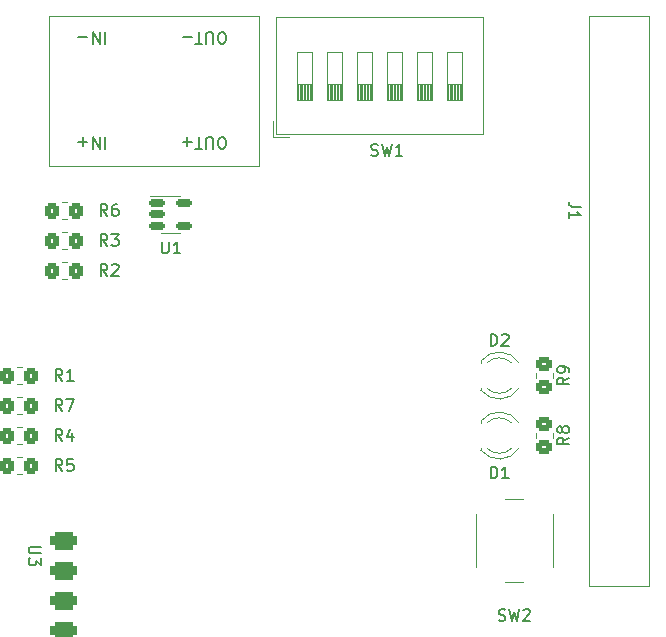
<source format=gbr>
%TF.GenerationSoftware,KiCad,Pcbnew,7.0.10*%
%TF.CreationDate,2024-05-08T17:26:41+09:00*%
%TF.ProjectId,yashica8,79617368-6963-4613-982e-6b696361645f,rev?*%
%TF.SameCoordinates,Original*%
%TF.FileFunction,Legend,Top*%
%TF.FilePolarity,Positive*%
%FSLAX46Y46*%
G04 Gerber Fmt 4.6, Leading zero omitted, Abs format (unit mm)*
G04 Created by KiCad (PCBNEW 7.0.10) date 2024-05-08 17:26:41*
%MOMM*%
%LPD*%
G01*
G04 APERTURE LIST*
G04 Aperture macros list*
%AMRoundRect*
0 Rectangle with rounded corners*
0 $1 Rounding radius*
0 $2 $3 $4 $5 $6 $7 $8 $9 X,Y pos of 4 corners*
0 Add a 4 corners polygon primitive as box body*
4,1,4,$2,$3,$4,$5,$6,$7,$8,$9,$2,$3,0*
0 Add four circle primitives for the rounded corners*
1,1,$1+$1,$2,$3*
1,1,$1+$1,$4,$5*
1,1,$1+$1,$6,$7*
1,1,$1+$1,$8,$9*
0 Add four rect primitives between the rounded corners*
20,1,$1+$1,$2,$3,$4,$5,0*
20,1,$1+$1,$4,$5,$6,$7,0*
20,1,$1+$1,$6,$7,$8,$9,0*
20,1,$1+$1,$8,$9,$2,$3,0*%
G04 Aperture macros list end*
%ADD10C,0.150000*%
%ADD11C,0.120000*%
%ADD12C,2.100000*%
%ADD13R,1.800000X1.800000*%
%ADD14C,1.800000*%
%ADD15C,2.000000*%
%ADD16RoundRect,0.250000X-0.350000X-0.450000X0.350000X-0.450000X0.350000X0.450000X-0.350000X0.450000X0*%
%ADD17RoundRect,0.150000X-0.512500X-0.150000X0.512500X-0.150000X0.512500X0.150000X-0.512500X0.150000X0*%
%ADD18R,1.524000X1.524000*%
%ADD19C,1.524000*%
%ADD20RoundRect,0.250000X-0.450000X0.350000X-0.450000X-0.350000X0.450000X-0.350000X0.450000X0.350000X0*%
%ADD21R,1.600000X1.600000*%
%ADD22O,1.600000X1.600000*%
%ADD23RoundRect,0.381000X-0.762000X-0.381000X0.762000X-0.381000X0.762000X0.381000X-0.762000X0.381000X0*%
%ADD24RoundRect,0.381000X0.762000X0.381000X-0.762000X0.381000X-0.762000X-0.381000X0.762000X-0.381000X0*%
G04 APERTURE END LIST*
D10*
X24041905Y27095181D02*
X24041905Y28095181D01*
X24041905Y28095181D02*
X24280000Y28095181D01*
X24280000Y28095181D02*
X24422857Y28047562D01*
X24422857Y28047562D02*
X24518095Y27952324D01*
X24518095Y27952324D02*
X24565714Y27857086D01*
X24565714Y27857086D02*
X24613333Y27666610D01*
X24613333Y27666610D02*
X24613333Y27523753D01*
X24613333Y27523753D02*
X24565714Y27333277D01*
X24565714Y27333277D02*
X24518095Y27238039D01*
X24518095Y27238039D02*
X24422857Y27142800D01*
X24422857Y27142800D02*
X24280000Y27095181D01*
X24280000Y27095181D02*
X24041905Y27095181D01*
X24994286Y27999943D02*
X25041905Y28047562D01*
X25041905Y28047562D02*
X25137143Y28095181D01*
X25137143Y28095181D02*
X25375238Y28095181D01*
X25375238Y28095181D02*
X25470476Y28047562D01*
X25470476Y28047562D02*
X25518095Y27999943D01*
X25518095Y27999943D02*
X25565714Y27904705D01*
X25565714Y27904705D02*
X25565714Y27809467D01*
X25565714Y27809467D02*
X25518095Y27666610D01*
X25518095Y27666610D02*
X24946667Y27095181D01*
X24946667Y27095181D02*
X25565714Y27095181D01*
X24716667Y3862800D02*
X24859524Y3815181D01*
X24859524Y3815181D02*
X25097619Y3815181D01*
X25097619Y3815181D02*
X25192857Y3862800D01*
X25192857Y3862800D02*
X25240476Y3910420D01*
X25240476Y3910420D02*
X25288095Y4005658D01*
X25288095Y4005658D02*
X25288095Y4100896D01*
X25288095Y4100896D02*
X25240476Y4196134D01*
X25240476Y4196134D02*
X25192857Y4243753D01*
X25192857Y4243753D02*
X25097619Y4291372D01*
X25097619Y4291372D02*
X24907143Y4338991D01*
X24907143Y4338991D02*
X24811905Y4386610D01*
X24811905Y4386610D02*
X24764286Y4434229D01*
X24764286Y4434229D02*
X24716667Y4529467D01*
X24716667Y4529467D02*
X24716667Y4624705D01*
X24716667Y4624705D02*
X24764286Y4719943D01*
X24764286Y4719943D02*
X24811905Y4767562D01*
X24811905Y4767562D02*
X24907143Y4815181D01*
X24907143Y4815181D02*
X25145238Y4815181D01*
X25145238Y4815181D02*
X25288095Y4767562D01*
X25621429Y4815181D02*
X25859524Y3815181D01*
X25859524Y3815181D02*
X26050000Y4529467D01*
X26050000Y4529467D02*
X26240476Y3815181D01*
X26240476Y3815181D02*
X26478572Y4815181D01*
X26811905Y4719943D02*
X26859524Y4767562D01*
X26859524Y4767562D02*
X26954762Y4815181D01*
X26954762Y4815181D02*
X27192857Y4815181D01*
X27192857Y4815181D02*
X27288095Y4767562D01*
X27288095Y4767562D02*
X27335714Y4719943D01*
X27335714Y4719943D02*
X27383333Y4624705D01*
X27383333Y4624705D02*
X27383333Y4529467D01*
X27383333Y4529467D02*
X27335714Y4386610D01*
X27335714Y4386610D02*
X26764286Y3815181D01*
X26764286Y3815181D02*
X27383333Y3815181D01*
X-12216667Y16515181D02*
X-12550000Y16991372D01*
X-12788095Y16515181D02*
X-12788095Y17515181D01*
X-12788095Y17515181D02*
X-12407143Y17515181D01*
X-12407143Y17515181D02*
X-12311905Y17467562D01*
X-12311905Y17467562D02*
X-12264286Y17419943D01*
X-12264286Y17419943D02*
X-12216667Y17324705D01*
X-12216667Y17324705D02*
X-12216667Y17181848D01*
X-12216667Y17181848D02*
X-12264286Y17086610D01*
X-12264286Y17086610D02*
X-12311905Y17038991D01*
X-12311905Y17038991D02*
X-12407143Y16991372D01*
X-12407143Y16991372D02*
X-12788095Y16991372D01*
X-11311905Y17515181D02*
X-11788095Y17515181D01*
X-11788095Y17515181D02*
X-11835714Y17038991D01*
X-11835714Y17038991D02*
X-11788095Y17086610D01*
X-11788095Y17086610D02*
X-11692857Y17134229D01*
X-11692857Y17134229D02*
X-11454762Y17134229D01*
X-11454762Y17134229D02*
X-11359524Y17086610D01*
X-11359524Y17086610D02*
X-11311905Y17038991D01*
X-11311905Y17038991D02*
X-11264286Y16943753D01*
X-11264286Y16943753D02*
X-11264286Y16705658D01*
X-11264286Y16705658D02*
X-11311905Y16610420D01*
X-11311905Y16610420D02*
X-11359524Y16562800D01*
X-11359524Y16562800D02*
X-11454762Y16515181D01*
X-11454762Y16515181D02*
X-11692857Y16515181D01*
X-11692857Y16515181D02*
X-11788095Y16562800D01*
X-11788095Y16562800D02*
X-11835714Y16610420D01*
X-12216667Y21595181D02*
X-12550000Y22071372D01*
X-12788095Y21595181D02*
X-12788095Y22595181D01*
X-12788095Y22595181D02*
X-12407143Y22595181D01*
X-12407143Y22595181D02*
X-12311905Y22547562D01*
X-12311905Y22547562D02*
X-12264286Y22499943D01*
X-12264286Y22499943D02*
X-12216667Y22404705D01*
X-12216667Y22404705D02*
X-12216667Y22261848D01*
X-12216667Y22261848D02*
X-12264286Y22166610D01*
X-12264286Y22166610D02*
X-12311905Y22118991D01*
X-12311905Y22118991D02*
X-12407143Y22071372D01*
X-12407143Y22071372D02*
X-12788095Y22071372D01*
X-11883333Y22595181D02*
X-11216667Y22595181D01*
X-11216667Y22595181D02*
X-11645238Y21595181D01*
X-3789405Y35930181D02*
X-3789405Y35120658D01*
X-3789405Y35120658D02*
X-3741786Y35025420D01*
X-3741786Y35025420D02*
X-3694167Y34977800D01*
X-3694167Y34977800D02*
X-3598929Y34930181D01*
X-3598929Y34930181D02*
X-3408453Y34930181D01*
X-3408453Y34930181D02*
X-3313215Y34977800D01*
X-3313215Y34977800D02*
X-3265596Y35025420D01*
X-3265596Y35025420D02*
X-3217977Y35120658D01*
X-3217977Y35120658D02*
X-3217977Y35930181D01*
X-2217977Y34930181D02*
X-2789405Y34930181D01*
X-2503691Y34930181D02*
X-2503691Y35930181D01*
X-2503691Y35930181D02*
X-2598929Y35787324D01*
X-2598929Y35787324D02*
X-2694167Y35692086D01*
X-2694167Y35692086D02*
X-2789405Y35644467D01*
X31675180Y38893334D02*
X30960895Y38893334D01*
X30960895Y38893334D02*
X30818038Y38940953D01*
X30818038Y38940953D02*
X30722800Y39036191D01*
X30722800Y39036191D02*
X30675180Y39179048D01*
X30675180Y39179048D02*
X30675180Y39274286D01*
X30675180Y37893334D02*
X30675180Y38464762D01*
X30675180Y38179048D02*
X31675180Y38179048D01*
X31675180Y38179048D02*
X31532323Y38274286D01*
X31532323Y38274286D02*
X31437085Y38369524D01*
X31437085Y38369524D02*
X31389466Y38464762D01*
X-8406667Y33025181D02*
X-8740000Y33501372D01*
X-8978095Y33025181D02*
X-8978095Y34025181D01*
X-8978095Y34025181D02*
X-8597143Y34025181D01*
X-8597143Y34025181D02*
X-8501905Y33977562D01*
X-8501905Y33977562D02*
X-8454286Y33929943D01*
X-8454286Y33929943D02*
X-8406667Y33834705D01*
X-8406667Y33834705D02*
X-8406667Y33691848D01*
X-8406667Y33691848D02*
X-8454286Y33596610D01*
X-8454286Y33596610D02*
X-8501905Y33548991D01*
X-8501905Y33548991D02*
X-8597143Y33501372D01*
X-8597143Y33501372D02*
X-8978095Y33501372D01*
X-8025714Y33929943D02*
X-7978095Y33977562D01*
X-7978095Y33977562D02*
X-7882857Y34025181D01*
X-7882857Y34025181D02*
X-7644762Y34025181D01*
X-7644762Y34025181D02*
X-7549524Y33977562D01*
X-7549524Y33977562D02*
X-7501905Y33929943D01*
X-7501905Y33929943D02*
X-7454286Y33834705D01*
X-7454286Y33834705D02*
X-7454286Y33739467D01*
X-7454286Y33739467D02*
X-7501905Y33596610D01*
X-7501905Y33596610D02*
X-8073333Y33025181D01*
X-8073333Y33025181D02*
X-7454286Y33025181D01*
X1392744Y43779820D02*
X1202268Y43779820D01*
X1202268Y43779820D02*
X1107030Y43827439D01*
X1107030Y43827439D02*
X1011792Y43922677D01*
X1011792Y43922677D02*
X964173Y44113153D01*
X964173Y44113153D02*
X964173Y44446486D01*
X964173Y44446486D02*
X1011792Y44636962D01*
X1011792Y44636962D02*
X1107030Y44732200D01*
X1107030Y44732200D02*
X1202268Y44779820D01*
X1202268Y44779820D02*
X1392744Y44779820D01*
X1392744Y44779820D02*
X1487982Y44732200D01*
X1487982Y44732200D02*
X1583220Y44636962D01*
X1583220Y44636962D02*
X1630839Y44446486D01*
X1630839Y44446486D02*
X1630839Y44113153D01*
X1630839Y44113153D02*
X1583220Y43922677D01*
X1583220Y43922677D02*
X1487982Y43827439D01*
X1487982Y43827439D02*
X1392744Y43779820D01*
X535601Y43779820D02*
X535601Y44589343D01*
X535601Y44589343D02*
X487982Y44684581D01*
X487982Y44684581D02*
X440363Y44732200D01*
X440363Y44732200D02*
X345125Y44779820D01*
X345125Y44779820D02*
X154649Y44779820D01*
X154649Y44779820D02*
X59411Y44732200D01*
X59411Y44732200D02*
X11792Y44684581D01*
X11792Y44684581D02*
X-35827Y44589343D01*
X-35827Y44589343D02*
X-35827Y43779820D01*
X-369161Y43779820D02*
X-940589Y43779820D01*
X-654875Y44779820D02*
X-654875Y43779820D01*
X-1273923Y44398867D02*
X-2035827Y44398867D01*
X-1654875Y44779820D02*
X-1654875Y44017915D01*
X-8576780Y53669820D02*
X-8576780Y52669820D01*
X-9052970Y53669820D02*
X-9052970Y52669820D01*
X-9052970Y52669820D02*
X-9624398Y53669820D01*
X-9624398Y53669820D02*
X-9624398Y52669820D01*
X-10100589Y53288867D02*
X-10862493Y53288867D01*
X-8576780Y44779820D02*
X-8576780Y43779820D01*
X-9052970Y44779820D02*
X-9052970Y43779820D01*
X-9052970Y43779820D02*
X-9624398Y44779820D01*
X-9624398Y44779820D02*
X-9624398Y43779820D01*
X-10100589Y44398867D02*
X-10862493Y44398867D01*
X-10481541Y44779820D02*
X-10481541Y44017915D01*
X1392744Y52669820D02*
X1202268Y52669820D01*
X1202268Y52669820D02*
X1107030Y52717439D01*
X1107030Y52717439D02*
X1011792Y52812677D01*
X1011792Y52812677D02*
X964173Y53003153D01*
X964173Y53003153D02*
X964173Y53336486D01*
X964173Y53336486D02*
X1011792Y53526962D01*
X1011792Y53526962D02*
X1107030Y53622200D01*
X1107030Y53622200D02*
X1202268Y53669820D01*
X1202268Y53669820D02*
X1392744Y53669820D01*
X1392744Y53669820D02*
X1487982Y53622200D01*
X1487982Y53622200D02*
X1583220Y53526962D01*
X1583220Y53526962D02*
X1630839Y53336486D01*
X1630839Y53336486D02*
X1630839Y53003153D01*
X1630839Y53003153D02*
X1583220Y52812677D01*
X1583220Y52812677D02*
X1487982Y52717439D01*
X1487982Y52717439D02*
X1392744Y52669820D01*
X535601Y52669820D02*
X535601Y53479343D01*
X535601Y53479343D02*
X487982Y53574581D01*
X487982Y53574581D02*
X440363Y53622200D01*
X440363Y53622200D02*
X345125Y53669820D01*
X345125Y53669820D02*
X154649Y53669820D01*
X154649Y53669820D02*
X59411Y53622200D01*
X59411Y53622200D02*
X11792Y53574581D01*
X11792Y53574581D02*
X-35827Y53479343D01*
X-35827Y53479343D02*
X-35827Y52669820D01*
X-369161Y52669820D02*
X-940589Y52669820D01*
X-654875Y53669820D02*
X-654875Y52669820D01*
X-1273923Y53288867D02*
X-2035827Y53288867D01*
X24041905Y15880181D02*
X24041905Y16880181D01*
X24041905Y16880181D02*
X24280000Y16880181D01*
X24280000Y16880181D02*
X24422857Y16832562D01*
X24422857Y16832562D02*
X24518095Y16737324D01*
X24518095Y16737324D02*
X24565714Y16642086D01*
X24565714Y16642086D02*
X24613333Y16451610D01*
X24613333Y16451610D02*
X24613333Y16308753D01*
X24613333Y16308753D02*
X24565714Y16118277D01*
X24565714Y16118277D02*
X24518095Y16023039D01*
X24518095Y16023039D02*
X24422857Y15927800D01*
X24422857Y15927800D02*
X24280000Y15880181D01*
X24280000Y15880181D02*
X24041905Y15880181D01*
X25565714Y15880181D02*
X24994286Y15880181D01*
X25280000Y15880181D02*
X25280000Y16880181D01*
X25280000Y16880181D02*
X25184762Y16737324D01*
X25184762Y16737324D02*
X25089524Y16642086D01*
X25089524Y16642086D02*
X24994286Y16594467D01*
X-12216667Y24135181D02*
X-12550000Y24611372D01*
X-12788095Y24135181D02*
X-12788095Y25135181D01*
X-12788095Y25135181D02*
X-12407143Y25135181D01*
X-12407143Y25135181D02*
X-12311905Y25087562D01*
X-12311905Y25087562D02*
X-12264286Y25039943D01*
X-12264286Y25039943D02*
X-12216667Y24944705D01*
X-12216667Y24944705D02*
X-12216667Y24801848D01*
X-12216667Y24801848D02*
X-12264286Y24706610D01*
X-12264286Y24706610D02*
X-12311905Y24658991D01*
X-12311905Y24658991D02*
X-12407143Y24611372D01*
X-12407143Y24611372D02*
X-12788095Y24611372D01*
X-11264286Y24135181D02*
X-11835714Y24135181D01*
X-11550000Y24135181D02*
X-11550000Y25135181D01*
X-11550000Y25135181D02*
X-11645238Y24992324D01*
X-11645238Y24992324D02*
X-11740476Y24897086D01*
X-11740476Y24897086D02*
X-11835714Y24849467D01*
X30694819Y19343334D02*
X30218628Y19010001D01*
X30694819Y18771906D02*
X29694819Y18771906D01*
X29694819Y18771906D02*
X29694819Y19152858D01*
X29694819Y19152858D02*
X29742438Y19248096D01*
X29742438Y19248096D02*
X29790057Y19295715D01*
X29790057Y19295715D02*
X29885295Y19343334D01*
X29885295Y19343334D02*
X30028152Y19343334D01*
X30028152Y19343334D02*
X30123390Y19295715D01*
X30123390Y19295715D02*
X30171009Y19248096D01*
X30171009Y19248096D02*
X30218628Y19152858D01*
X30218628Y19152858D02*
X30218628Y18771906D01*
X30123390Y19914763D02*
X30075771Y19819525D01*
X30075771Y19819525D02*
X30028152Y19771906D01*
X30028152Y19771906D02*
X29932914Y19724287D01*
X29932914Y19724287D02*
X29885295Y19724287D01*
X29885295Y19724287D02*
X29790057Y19771906D01*
X29790057Y19771906D02*
X29742438Y19819525D01*
X29742438Y19819525D02*
X29694819Y19914763D01*
X29694819Y19914763D02*
X29694819Y20105239D01*
X29694819Y20105239D02*
X29742438Y20200477D01*
X29742438Y20200477D02*
X29790057Y20248096D01*
X29790057Y20248096D02*
X29885295Y20295715D01*
X29885295Y20295715D02*
X29932914Y20295715D01*
X29932914Y20295715D02*
X30028152Y20248096D01*
X30028152Y20248096D02*
X30075771Y20200477D01*
X30075771Y20200477D02*
X30123390Y20105239D01*
X30123390Y20105239D02*
X30123390Y19914763D01*
X30123390Y19914763D02*
X30171009Y19819525D01*
X30171009Y19819525D02*
X30218628Y19771906D01*
X30218628Y19771906D02*
X30313866Y19724287D01*
X30313866Y19724287D02*
X30504342Y19724287D01*
X30504342Y19724287D02*
X30599580Y19771906D01*
X30599580Y19771906D02*
X30647200Y19819525D01*
X30647200Y19819525D02*
X30694819Y19914763D01*
X30694819Y19914763D02*
X30694819Y20105239D01*
X30694819Y20105239D02*
X30647200Y20200477D01*
X30647200Y20200477D02*
X30599580Y20248096D01*
X30599580Y20248096D02*
X30504342Y20295715D01*
X30504342Y20295715D02*
X30313866Y20295715D01*
X30313866Y20295715D02*
X30218628Y20248096D01*
X30218628Y20248096D02*
X30171009Y20200477D01*
X30171009Y20200477D02*
X30123390Y20105239D01*
X13921667Y43232800D02*
X14064524Y43185181D01*
X14064524Y43185181D02*
X14302619Y43185181D01*
X14302619Y43185181D02*
X14397857Y43232800D01*
X14397857Y43232800D02*
X14445476Y43280420D01*
X14445476Y43280420D02*
X14493095Y43375658D01*
X14493095Y43375658D02*
X14493095Y43470896D01*
X14493095Y43470896D02*
X14445476Y43566134D01*
X14445476Y43566134D02*
X14397857Y43613753D01*
X14397857Y43613753D02*
X14302619Y43661372D01*
X14302619Y43661372D02*
X14112143Y43708991D01*
X14112143Y43708991D02*
X14016905Y43756610D01*
X14016905Y43756610D02*
X13969286Y43804229D01*
X13969286Y43804229D02*
X13921667Y43899467D01*
X13921667Y43899467D02*
X13921667Y43994705D01*
X13921667Y43994705D02*
X13969286Y44089943D01*
X13969286Y44089943D02*
X14016905Y44137562D01*
X14016905Y44137562D02*
X14112143Y44185181D01*
X14112143Y44185181D02*
X14350238Y44185181D01*
X14350238Y44185181D02*
X14493095Y44137562D01*
X14826429Y44185181D02*
X15064524Y43185181D01*
X15064524Y43185181D02*
X15255000Y43899467D01*
X15255000Y43899467D02*
X15445476Y43185181D01*
X15445476Y43185181D02*
X15683572Y44185181D01*
X16588333Y43185181D02*
X16016905Y43185181D01*
X16302619Y43185181D02*
X16302619Y44185181D01*
X16302619Y44185181D02*
X16207381Y44042324D01*
X16207381Y44042324D02*
X16112143Y43947086D01*
X16112143Y43947086D02*
X16016905Y43899467D01*
X-12216667Y19055181D02*
X-12550000Y19531372D01*
X-12788095Y19055181D02*
X-12788095Y20055181D01*
X-12788095Y20055181D02*
X-12407143Y20055181D01*
X-12407143Y20055181D02*
X-12311905Y20007562D01*
X-12311905Y20007562D02*
X-12264286Y19959943D01*
X-12264286Y19959943D02*
X-12216667Y19864705D01*
X-12216667Y19864705D02*
X-12216667Y19721848D01*
X-12216667Y19721848D02*
X-12264286Y19626610D01*
X-12264286Y19626610D02*
X-12311905Y19578991D01*
X-12311905Y19578991D02*
X-12407143Y19531372D01*
X-12407143Y19531372D02*
X-12788095Y19531372D01*
X-11359524Y19721848D02*
X-11359524Y19055181D01*
X-11597619Y20102800D02*
X-11835714Y19388515D01*
X-11835714Y19388515D02*
X-11216667Y19388515D01*
X-8406667Y38105181D02*
X-8740000Y38581372D01*
X-8978095Y38105181D02*
X-8978095Y39105181D01*
X-8978095Y39105181D02*
X-8597143Y39105181D01*
X-8597143Y39105181D02*
X-8501905Y39057562D01*
X-8501905Y39057562D02*
X-8454286Y39009943D01*
X-8454286Y39009943D02*
X-8406667Y38914705D01*
X-8406667Y38914705D02*
X-8406667Y38771848D01*
X-8406667Y38771848D02*
X-8454286Y38676610D01*
X-8454286Y38676610D02*
X-8501905Y38628991D01*
X-8501905Y38628991D02*
X-8597143Y38581372D01*
X-8597143Y38581372D02*
X-8978095Y38581372D01*
X-7549524Y39105181D02*
X-7740000Y39105181D01*
X-7740000Y39105181D02*
X-7835238Y39057562D01*
X-7835238Y39057562D02*
X-7882857Y39009943D01*
X-7882857Y39009943D02*
X-7978095Y38867086D01*
X-7978095Y38867086D02*
X-8025714Y38676610D01*
X-8025714Y38676610D02*
X-8025714Y38295658D01*
X-8025714Y38295658D02*
X-7978095Y38200420D01*
X-7978095Y38200420D02*
X-7930476Y38152800D01*
X-7930476Y38152800D02*
X-7835238Y38105181D01*
X-7835238Y38105181D02*
X-7644762Y38105181D01*
X-7644762Y38105181D02*
X-7549524Y38152800D01*
X-7549524Y38152800D02*
X-7501905Y38200420D01*
X-7501905Y38200420D02*
X-7454286Y38295658D01*
X-7454286Y38295658D02*
X-7454286Y38533753D01*
X-7454286Y38533753D02*
X-7501905Y38628991D01*
X-7501905Y38628991D02*
X-7549524Y38676610D01*
X-7549524Y38676610D02*
X-7644762Y38724229D01*
X-7644762Y38724229D02*
X-7835238Y38724229D01*
X-7835238Y38724229D02*
X-7930476Y38676610D01*
X-7930476Y38676610D02*
X-7978095Y38628991D01*
X-7978095Y38628991D02*
X-8025714Y38533753D01*
X-14044820Y10111905D02*
X-14854343Y10111905D01*
X-14854343Y10111905D02*
X-14949581Y10064286D01*
X-14949581Y10064286D02*
X-14997200Y10016667D01*
X-14997200Y10016667D02*
X-15044820Y9921429D01*
X-15044820Y9921429D02*
X-15044820Y9730953D01*
X-15044820Y9730953D02*
X-14997200Y9635715D01*
X-14997200Y9635715D02*
X-14949581Y9588096D01*
X-14949581Y9588096D02*
X-14854343Y9540477D01*
X-14854343Y9540477D02*
X-14044820Y9540477D01*
X-14044820Y9159524D02*
X-14044820Y8540477D01*
X-14044820Y8540477D02*
X-14425772Y8873810D01*
X-14425772Y8873810D02*
X-14425772Y8730953D01*
X-14425772Y8730953D02*
X-14473391Y8635715D01*
X-14473391Y8635715D02*
X-14521010Y8588096D01*
X-14521010Y8588096D02*
X-14616248Y8540477D01*
X-14616248Y8540477D02*
X-14854343Y8540477D01*
X-14854343Y8540477D02*
X-14949581Y8588096D01*
X-14949581Y8588096D02*
X-14997200Y8635715D01*
X-14997200Y8635715D02*
X-15044820Y8730953D01*
X-15044820Y8730953D02*
X-15044820Y9016667D01*
X-15044820Y9016667D02*
X-14997200Y9111905D01*
X-14997200Y9111905D02*
X-14949581Y9159524D01*
X-8406667Y35565181D02*
X-8740000Y36041372D01*
X-8978095Y35565181D02*
X-8978095Y36565181D01*
X-8978095Y36565181D02*
X-8597143Y36565181D01*
X-8597143Y36565181D02*
X-8501905Y36517562D01*
X-8501905Y36517562D02*
X-8454286Y36469943D01*
X-8454286Y36469943D02*
X-8406667Y36374705D01*
X-8406667Y36374705D02*
X-8406667Y36231848D01*
X-8406667Y36231848D02*
X-8454286Y36136610D01*
X-8454286Y36136610D02*
X-8501905Y36088991D01*
X-8501905Y36088991D02*
X-8597143Y36041372D01*
X-8597143Y36041372D02*
X-8978095Y36041372D01*
X-8073333Y36565181D02*
X-7454286Y36565181D01*
X-7454286Y36565181D02*
X-7787619Y36184229D01*
X-7787619Y36184229D02*
X-7644762Y36184229D01*
X-7644762Y36184229D02*
X-7549524Y36136610D01*
X-7549524Y36136610D02*
X-7501905Y36088991D01*
X-7501905Y36088991D02*
X-7454286Y35993753D01*
X-7454286Y35993753D02*
X-7454286Y35755658D01*
X-7454286Y35755658D02*
X-7501905Y35660420D01*
X-7501905Y35660420D02*
X-7549524Y35612800D01*
X-7549524Y35612800D02*
X-7644762Y35565181D01*
X-7644762Y35565181D02*
X-7930476Y35565181D01*
X-7930476Y35565181D02*
X-8025714Y35612800D01*
X-8025714Y35612800D02*
X-8073333Y35660420D01*
X30694819Y24423334D02*
X30218628Y24090001D01*
X30694819Y23851906D02*
X29694819Y23851906D01*
X29694819Y23851906D02*
X29694819Y24232858D01*
X29694819Y24232858D02*
X29742438Y24328096D01*
X29742438Y24328096D02*
X29790057Y24375715D01*
X29790057Y24375715D02*
X29885295Y24423334D01*
X29885295Y24423334D02*
X30028152Y24423334D01*
X30028152Y24423334D02*
X30123390Y24375715D01*
X30123390Y24375715D02*
X30171009Y24328096D01*
X30171009Y24328096D02*
X30218628Y24232858D01*
X30218628Y24232858D02*
X30218628Y23851906D01*
X30694819Y24899525D02*
X30694819Y25090001D01*
X30694819Y25090001D02*
X30647200Y25185239D01*
X30647200Y25185239D02*
X30599580Y25232858D01*
X30599580Y25232858D02*
X30456723Y25328096D01*
X30456723Y25328096D02*
X30266247Y25375715D01*
X30266247Y25375715D02*
X29885295Y25375715D01*
X29885295Y25375715D02*
X29790057Y25328096D01*
X29790057Y25328096D02*
X29742438Y25280477D01*
X29742438Y25280477D02*
X29694819Y25185239D01*
X29694819Y25185239D02*
X29694819Y24994763D01*
X29694819Y24994763D02*
X29742438Y24899525D01*
X29742438Y24899525D02*
X29790057Y24851906D01*
X29790057Y24851906D02*
X29885295Y24804287D01*
X29885295Y24804287D02*
X30123390Y24804287D01*
X30123390Y24804287D02*
X30218628Y24851906D01*
X30218628Y24851906D02*
X30266247Y24899525D01*
X30266247Y24899525D02*
X30313866Y24994763D01*
X30313866Y24994763D02*
X30313866Y25185239D01*
X30313866Y25185239D02*
X30266247Y25280477D01*
X30266247Y25280477D02*
X30218628Y25328096D01*
X30218628Y25328096D02*
X30123390Y25375715D01*
D11*
%TO.C,D2*%
X23220000Y25826000D02*
X23220000Y25670000D01*
X23220000Y23510000D02*
X23220000Y23354000D01*
X26452334Y25668608D02*
G75*
G03*
X23220001Y25825515I-1672334J-1078608D01*
G01*
X25821129Y25669836D02*
G75*
G03*
X23739040Y25669999I-1041129J-1079836D01*
G01*
X23739040Y23510001D02*
G75*
G03*
X25821129Y23510164I1040960J1079999D01*
G01*
X23220001Y23354485D02*
G75*
G03*
X26452334Y23511392I1559999J1235515D01*
G01*
%TO.C,SW2*%
X25300000Y7120000D02*
X26800000Y7120000D01*
X29300000Y8370000D02*
X29300000Y12870000D01*
X22800000Y12870000D02*
X22800000Y8370000D01*
X26800000Y14120000D02*
X25300000Y14120000D01*
%TO.C,R5*%
X-16087064Y17705000D02*
X-15632936Y17705000D01*
X-16087064Y16235000D02*
X-15632936Y16235000D01*
%TO.C,R7*%
X-16087064Y22785000D02*
X-15632936Y22785000D01*
X-16087064Y21315000D02*
X-15632936Y21315000D01*
%TO.C,U1*%
X-3027500Y39800000D02*
X-4827500Y39800000D01*
X-3027500Y39800000D02*
X-2227500Y39800000D01*
X-3027500Y36680000D02*
X-3827500Y36680000D01*
X-3027500Y36680000D02*
X-2227500Y36680000D01*
%TO.C,J1*%
X37480000Y6810000D02*
X37480000Y55070000D01*
X32400000Y6810000D02*
X37480000Y6810000D01*
X32400000Y6810000D02*
X32400000Y55070000D01*
X32400000Y55070000D02*
X37480000Y55070000D01*
%TO.C,R2*%
X-12277064Y34215000D02*
X-11822936Y34215000D01*
X-12277064Y32745000D02*
X-11822936Y32745000D01*
%TO.C,U2*%
X-13320000Y42370000D02*
X-13320000Y55070000D01*
X4460000Y42370000D02*
X-13320000Y42370000D01*
X-13320000Y55070000D02*
X4460000Y55070000D01*
X4460000Y55070000D02*
X4460000Y42370000D01*
%TO.C,D1*%
X23220000Y20746000D02*
X23220000Y20590000D01*
X23220000Y18430000D02*
X23220000Y18274000D01*
X26452334Y20588608D02*
G75*
G03*
X23220001Y20745515I-1672334J-1078608D01*
G01*
X25821129Y20589836D02*
G75*
G03*
X23739040Y20589999I-1041129J-1079836D01*
G01*
X23739040Y18430001D02*
G75*
G03*
X25821129Y18430164I1040960J1079999D01*
G01*
X23220001Y18274485D02*
G75*
G03*
X26452334Y18431392I1559999J1235515D01*
G01*
%TO.C,R1*%
X-16087064Y25325000D02*
X-15632936Y25325000D01*
X-16087064Y23855000D02*
X-15632936Y23855000D01*
%TO.C,R8*%
X29325000Y19737064D02*
X29325000Y19282936D01*
X27855000Y19737064D02*
X27855000Y19282936D01*
%TO.C,SW1*%
X5610000Y44800000D02*
X6993000Y44800000D01*
X5610000Y44800000D02*
X5610000Y46184000D01*
X5850000Y45040000D02*
X23390000Y45040000D01*
X5850000Y45040000D02*
X5850000Y54940000D01*
X23390000Y45040000D02*
X23390000Y54940000D01*
X7635000Y47960000D02*
X8905000Y47960000D01*
X7755000Y47960000D02*
X7755000Y49313333D01*
X7875000Y47960000D02*
X7875000Y49313333D01*
X7995000Y47960000D02*
X7995000Y49313333D01*
X8115000Y47960000D02*
X8115000Y49313333D01*
X8235000Y47960000D02*
X8235000Y49313333D01*
X8355000Y47960000D02*
X8355000Y49313333D01*
X8475000Y47960000D02*
X8475000Y49313333D01*
X8595000Y47960000D02*
X8595000Y49313333D01*
X8715000Y47960000D02*
X8715000Y49313333D01*
X8835000Y47960000D02*
X8835000Y49313333D01*
X8905000Y47960000D02*
X8905000Y52020000D01*
X10175000Y47960000D02*
X11445000Y47960000D01*
X10295000Y47960000D02*
X10295000Y49313333D01*
X10415000Y47960000D02*
X10415000Y49313333D01*
X10535000Y47960000D02*
X10535000Y49313333D01*
X10655000Y47960000D02*
X10655000Y49313333D01*
X10775000Y47960000D02*
X10775000Y49313333D01*
X10895000Y47960000D02*
X10895000Y49313333D01*
X11015000Y47960000D02*
X11015000Y49313333D01*
X11135000Y47960000D02*
X11135000Y49313333D01*
X11255000Y47960000D02*
X11255000Y49313333D01*
X11375000Y47960000D02*
X11375000Y49313333D01*
X11445000Y47960000D02*
X11445000Y52020000D01*
X12715000Y47960000D02*
X13985000Y47960000D01*
X12835000Y47960000D02*
X12835000Y49313333D01*
X12955000Y47960000D02*
X12955000Y49313333D01*
X13075000Y47960000D02*
X13075000Y49313333D01*
X13195000Y47960000D02*
X13195000Y49313333D01*
X13315000Y47960000D02*
X13315000Y49313333D01*
X13435000Y47960000D02*
X13435000Y49313333D01*
X13555000Y47960000D02*
X13555000Y49313333D01*
X13675000Y47960000D02*
X13675000Y49313333D01*
X13795000Y47960000D02*
X13795000Y49313333D01*
X13915000Y47960000D02*
X13915000Y49313333D01*
X13985000Y47960000D02*
X13985000Y52020000D01*
X15255000Y47960000D02*
X16525000Y47960000D01*
X15375000Y47960000D02*
X15375000Y49313333D01*
X15495000Y47960000D02*
X15495000Y49313333D01*
X15615000Y47960000D02*
X15615000Y49313333D01*
X15735000Y47960000D02*
X15735000Y49313333D01*
X15855000Y47960000D02*
X15855000Y49313333D01*
X15975000Y47960000D02*
X15975000Y49313333D01*
X16095000Y47960000D02*
X16095000Y49313333D01*
X16215000Y47960000D02*
X16215000Y49313333D01*
X16335000Y47960000D02*
X16335000Y49313333D01*
X16455000Y47960000D02*
X16455000Y49313333D01*
X16525000Y47960000D02*
X16525000Y52020000D01*
X17795000Y47960000D02*
X19065000Y47960000D01*
X17915000Y47960000D02*
X17915000Y49313333D01*
X18035000Y47960000D02*
X18035000Y49313333D01*
X18155000Y47960000D02*
X18155000Y49313333D01*
X18275000Y47960000D02*
X18275000Y49313333D01*
X18395000Y47960000D02*
X18395000Y49313333D01*
X18515000Y47960000D02*
X18515000Y49313333D01*
X18635000Y47960000D02*
X18635000Y49313333D01*
X18755000Y47960000D02*
X18755000Y49313333D01*
X18875000Y47960000D02*
X18875000Y49313333D01*
X18995000Y47960000D02*
X18995000Y49313333D01*
X19065000Y47960000D02*
X19065000Y52020000D01*
X20335000Y47960000D02*
X21605000Y47960000D01*
X20455000Y47960000D02*
X20455000Y49313333D01*
X20575000Y47960000D02*
X20575000Y49313333D01*
X20695000Y47960000D02*
X20695000Y49313333D01*
X20815000Y47960000D02*
X20815000Y49313333D01*
X20935000Y47960000D02*
X20935000Y49313333D01*
X21055000Y47960000D02*
X21055000Y49313333D01*
X21175000Y47960000D02*
X21175000Y49313333D01*
X21295000Y47960000D02*
X21295000Y49313333D01*
X21415000Y47960000D02*
X21415000Y49313333D01*
X21535000Y47960000D02*
X21535000Y49313333D01*
X21605000Y47960000D02*
X21605000Y52020000D01*
X7635000Y49313333D02*
X8905000Y49313333D01*
X10175000Y49313333D02*
X11445000Y49313333D01*
X12715000Y49313333D02*
X13985000Y49313333D01*
X15255000Y49313333D02*
X16525000Y49313333D01*
X17795000Y49313333D02*
X19065000Y49313333D01*
X20335000Y49313333D02*
X21605000Y49313333D01*
X7635000Y52020000D02*
X7635000Y47960000D01*
X8905000Y52020000D02*
X7635000Y52020000D01*
X10175000Y52020000D02*
X10175000Y47960000D01*
X11445000Y52020000D02*
X10175000Y52020000D01*
X12715000Y52020000D02*
X12715000Y47960000D01*
X13985000Y52020000D02*
X12715000Y52020000D01*
X15255000Y52020000D02*
X15255000Y47960000D01*
X16525000Y52020000D02*
X15255000Y52020000D01*
X17795000Y52020000D02*
X17795000Y47960000D01*
X19065000Y52020000D02*
X17795000Y52020000D01*
X20335000Y52020000D02*
X20335000Y47960000D01*
X21605000Y52020000D02*
X20335000Y52020000D01*
X5850000Y54940000D02*
X23390000Y54940000D01*
%TO.C,R4*%
X-16087064Y20245000D02*
X-15632936Y20245000D01*
X-16087064Y18775000D02*
X-15632936Y18775000D01*
%TO.C,R6*%
X-12277064Y39295000D02*
X-11822936Y39295000D01*
X-12277064Y37825000D02*
X-11822936Y37825000D01*
%TO.C,R3*%
X-12277064Y36755000D02*
X-11822936Y36755000D01*
X-12277064Y35285000D02*
X-11822936Y35285000D01*
%TO.C,R9*%
X29325000Y24817064D02*
X29325000Y24362936D01*
X27855000Y24817064D02*
X27855000Y24362936D01*
%TD*%
%LPC*%
D12*
%TO.C,REF\u002A\u002A*%
X28590000Y52530000D03*
%TD*%
D13*
%TO.C,D2*%
X23510000Y24590000D03*
D14*
X26050000Y24590000D03*
%TD*%
D15*
%TO.C,SW2*%
X23800000Y7370000D03*
X23800000Y13870000D03*
X28300000Y7370000D03*
X28300000Y13870000D03*
%TD*%
D16*
%TO.C,R5*%
X-16860000Y16970000D03*
X-14860000Y16970000D03*
%TD*%
%TO.C,R7*%
X-16860000Y22050000D03*
X-14860000Y22050000D03*
%TD*%
D17*
%TO.C,U1*%
X-4165000Y39190000D03*
X-4165000Y38240000D03*
X-4165000Y37290000D03*
X-1890000Y37290000D03*
X-1890000Y39190000D03*
%TD*%
D12*
%TO.C,REF\u002A\u002A*%
X-15860000Y52530000D03*
%TD*%
D18*
%TO.C,J1*%
X36210000Y8080000D03*
D19*
X33670000Y8080000D03*
X36210000Y10620000D03*
X33670000Y10620000D03*
X36210000Y13160000D03*
X33670000Y13160000D03*
X36210000Y15700000D03*
X33670000Y15700000D03*
X36210000Y18240000D03*
X33670000Y18240000D03*
X36210000Y20780000D03*
X33670000Y20780000D03*
X36210000Y23320000D03*
X33670000Y23320000D03*
X36210000Y25860000D03*
X33670000Y25860000D03*
X36210000Y28400000D03*
X33670000Y28400000D03*
X36210000Y30940000D03*
X33670000Y30940000D03*
X36210000Y33480000D03*
X33670000Y33480000D03*
X36210000Y36020000D03*
X33670000Y36020000D03*
X36210000Y38560000D03*
X33670000Y38560000D03*
X36210000Y41100000D03*
X33670000Y41100000D03*
X36210000Y43640000D03*
X33670000Y43640000D03*
X36210000Y46180000D03*
X33670000Y46180000D03*
X36210000Y48720000D03*
X33670000Y48720000D03*
X36210000Y51260000D03*
X33670000Y51260000D03*
X36210000Y53800000D03*
X33670000Y53800000D03*
%TD*%
D16*
%TO.C,R2*%
X-13050000Y33480000D03*
X-11050000Y33480000D03*
%TD*%
D19*
%TO.C,U2*%
X-12050000Y43640000D03*
X-12050000Y53800000D03*
X3190000Y43640000D03*
X3190000Y53800000D03*
%TD*%
D13*
%TO.C,D1*%
X23510000Y19510000D03*
D14*
X26050000Y19510000D03*
%TD*%
D16*
%TO.C,R1*%
X-16860000Y24590000D03*
X-14860000Y24590000D03*
%TD*%
D20*
%TO.C,R8*%
X28590000Y20510000D03*
X28590000Y18510000D03*
%TD*%
D21*
%TO.C,SW1*%
X8270000Y46180000D03*
D22*
X10810000Y46180000D03*
X13350000Y46180000D03*
X15890000Y46180000D03*
X18430000Y46180000D03*
X20970000Y46180000D03*
X20970000Y53800000D03*
X18430000Y53800000D03*
X15890000Y53800000D03*
X13350000Y53800000D03*
X10810000Y53800000D03*
X8270000Y53800000D03*
%TD*%
D16*
%TO.C,R4*%
X-16860000Y19510000D03*
X-14860000Y19510000D03*
%TD*%
%TO.C,R6*%
X-13050000Y38560000D03*
X-11050000Y38560000D03*
%TD*%
D23*
%TO.C,U3*%
X-12050000Y10620000D03*
X-12050000Y8080000D03*
D24*
X-12050000Y5540000D03*
D23*
X-12050000Y3000000D03*
%TD*%
D12*
%TO.C,REF\u002A\u002A*%
X-15860000Y4270000D03*
%TD*%
D16*
%TO.C,R3*%
X-13050000Y36020000D03*
X-11050000Y36020000D03*
%TD*%
D20*
%TO.C,R9*%
X28590000Y25590000D03*
X28590000Y23590000D03*
%TD*%
D12*
%TO.C,REF\u002A\u002A*%
X34940000Y4270000D03*
%TD*%
%LPD*%
M02*

</source>
